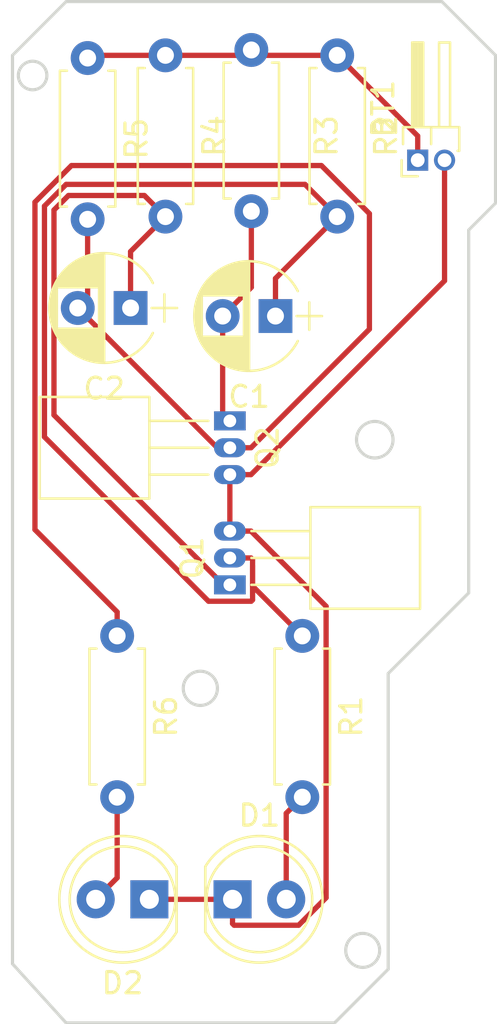
<source format=kicad_pcb>
(kicad_pcb (version 20171130) (host pcbnew "(5.0.0)")

  (general
    (thickness 1.6)
    (drawings 16)
    (tracks 66)
    (zones 0)
    (modules 13)
    (nets 9)
  )

  (page A4)
  (layers
    (0 F.Cu signal)
    (31 B.Cu signal)
    (32 B.Adhes user)
    (33 F.Adhes user)
    (34 B.Paste user)
    (35 F.Paste user)
    (36 B.SilkS user)
    (37 F.SilkS user)
    (38 B.Mask user)
    (39 F.Mask user)
    (40 Dwgs.User user)
    (41 Cmts.User user)
    (42 Eco1.User user)
    (43 Eco2.User user)
    (44 Edge.Cuts user)
    (45 Margin user)
    (46 B.CrtYd user)
    (47 F.CrtYd user)
    (48 B.Fab user)
    (49 F.Fab user)
  )

  (setup
    (last_trace_width 0.25)
    (trace_clearance 0.2)
    (zone_clearance 0.508)
    (zone_45_only no)
    (trace_min 0.2)
    (segment_width 0.2)
    (edge_width 0.15)
    (via_size 0.8)
    (via_drill 0.4)
    (via_min_size 0.4)
    (via_min_drill 0.3)
    (uvia_size 0.3)
    (uvia_drill 0.1)
    (uvias_allowed no)
    (uvia_min_size 0.2)
    (uvia_min_drill 0.1)
    (pcb_text_width 0.3)
    (pcb_text_size 1.5 1.5)
    (mod_edge_width 0.15)
    (mod_text_size 1 1)
    (mod_text_width 0.15)
    (pad_size 1.524 1.524)
    (pad_drill 0.762)
    (pad_to_mask_clearance 0.2)
    (aux_axis_origin 0 0)
    (visible_elements FFFFFF7F)
    (pcbplotparams
      (layerselection 0x010fc_ffffffff)
      (usegerberextensions false)
      (usegerberattributes false)
      (usegerberadvancedattributes false)
      (creategerberjobfile false)
      (excludeedgelayer true)
      (linewidth 0.100000)
      (plotframeref false)
      (viasonmask false)
      (mode 1)
      (useauxorigin false)
      (hpglpennumber 1)
      (hpglpenspeed 20)
      (hpglpendiameter 15.000000)
      (psnegative false)
      (psa4output false)
      (plotreference true)
      (plotvalue true)
      (plotinvisibletext false)
      (padsonsilk false)
      (subtractmaskfromsilk false)
      (outputformat 1)
      (mirror false)
      (drillshape 1)
      (scaleselection 1)
      (outputdirectory ""))
  )

  (net 0 "")
  (net 1 GND)
  (net 2 "Net-(BT1-Pad1)")
  (net 3 "Net-(C1-Pad2)")
  (net 4 "Net-(C1-Pad1)")
  (net 5 "Net-(C2-Pad1)")
  (net 6 "Net-(C2-Pad2)")
  (net 7 "Net-(D1-Pad2)")
  (net 8 "Net-(D2-Pad2)")

  (net_class Default "Esta es la clase de red por defecto."
    (clearance 0.2)
    (trace_width 0.25)
    (via_dia 0.8)
    (via_drill 0.4)
    (uvia_dia 0.3)
    (uvia_drill 0.1)
    (add_net GND)
    (add_net "Net-(BT1-Pad1)")
    (add_net "Net-(C1-Pad1)")
    (add_net "Net-(C1-Pad2)")
    (add_net "Net-(C2-Pad1)")
    (add_net "Net-(C2-Pad2)")
    (add_net "Net-(D1-Pad2)")
    (add_net "Net-(D2-Pad2)")
  )

  (module Pin_Headers:Pin_Header_Angled_1x02_Pitch1.27mm (layer F.Cu) (tedit 59650535) (tstamp 5BB89C52)
    (at 174.117 73.533 90)
    (descr "Through hole angled pin header, 1x02, 1.27mm pitch, 4.0mm pin length, single row")
    (tags "Through hole angled pin header THT 1x02 1.27mm single row")
    (path /5BA624DA)
    (fp_text reference BT1 (at 2.4325 -1.635 90) (layer F.SilkS)
      (effects (font (size 1 1) (thickness 0.15)))
    )
    (fp_text value 5v (at 2.4325 2.905 90) (layer F.Fab)
      (effects (font (size 1 1) (thickness 0.15)))
    )
    (fp_text user %R (at 1 0.635 180) (layer F.Fab)
      (effects (font (size 0.6 0.6) (thickness 0.09)))
    )
    (fp_line (start 6 -1.15) (end -1.15 -1.15) (layer F.CrtYd) (width 0.05))
    (fp_line (start 6 2.45) (end 6 -1.15) (layer F.CrtYd) (width 0.05))
    (fp_line (start -1.15 2.45) (end 6 2.45) (layer F.CrtYd) (width 0.05))
    (fp_line (start -1.15 -1.15) (end -1.15 2.45) (layer F.CrtYd) (width 0.05))
    (fp_line (start -0.76 -0.76) (end 0 -0.76) (layer F.SilkS) (width 0.12))
    (fp_line (start -0.76 0) (end -0.76 -0.76) (layer F.SilkS) (width 0.12))
    (fp_line (start 5.56 1.53) (end 1.56 1.53) (layer F.SilkS) (width 0.12))
    (fp_line (start 5.56 1.01) (end 5.56 1.53) (layer F.SilkS) (width 0.12))
    (fp_line (start 1.56 1.01) (end 5.56 1.01) (layer F.SilkS) (width 0.12))
    (fp_line (start 0.76 0.635) (end 1.56 0.635) (layer F.SilkS) (width 0.12))
    (fp_line (start 1.56 0.16) (end 5.56 0.16) (layer F.SilkS) (width 0.12))
    (fp_line (start 1.56 0.04) (end 5.56 0.04) (layer F.SilkS) (width 0.12))
    (fp_line (start 1.56 -0.08) (end 5.56 -0.08) (layer F.SilkS) (width 0.12))
    (fp_line (start 1.56 -0.2) (end 5.56 -0.2) (layer F.SilkS) (width 0.12))
    (fp_line (start 5.56 0.26) (end 1.56 0.26) (layer F.SilkS) (width 0.12))
    (fp_line (start 5.56 -0.26) (end 5.56 0.26) (layer F.SilkS) (width 0.12))
    (fp_line (start 1.56 -0.26) (end 5.56 -0.26) (layer F.SilkS) (width 0.12))
    (fp_line (start 0.44 1.965) (end 0.44 1.889677) (layer F.SilkS) (width 0.12))
    (fp_line (start 1.56 1.965) (end 0.44 1.965) (layer F.SilkS) (width 0.12))
    (fp_line (start 1.56 -0.695) (end 1.56 1.965) (layer F.SilkS) (width 0.12))
    (fp_line (start 0.76 -0.695) (end 1.56 -0.695) (layer F.SilkS) (width 0.12))
    (fp_line (start 1.5 1.47) (end 5.5 1.47) (layer F.Fab) (width 0.1))
    (fp_line (start 5.5 1.07) (end 5.5 1.47) (layer F.Fab) (width 0.1))
    (fp_line (start 1.5 1.07) (end 5.5 1.07) (layer F.Fab) (width 0.1))
    (fp_line (start -0.2 1.47) (end 0.5 1.47) (layer F.Fab) (width 0.1))
    (fp_line (start -0.2 1.07) (end -0.2 1.47) (layer F.Fab) (width 0.1))
    (fp_line (start -0.2 1.07) (end 0.5 1.07) (layer F.Fab) (width 0.1))
    (fp_line (start 1.5 0.2) (end 5.5 0.2) (layer F.Fab) (width 0.1))
    (fp_line (start 5.5 -0.2) (end 5.5 0.2) (layer F.Fab) (width 0.1))
    (fp_line (start 1.5 -0.2) (end 5.5 -0.2) (layer F.Fab) (width 0.1))
    (fp_line (start -0.2 0.2) (end 0.5 0.2) (layer F.Fab) (width 0.1))
    (fp_line (start -0.2 -0.2) (end -0.2 0.2) (layer F.Fab) (width 0.1))
    (fp_line (start -0.2 -0.2) (end 0.5 -0.2) (layer F.Fab) (width 0.1))
    (fp_line (start 0.5 -0.385) (end 0.75 -0.635) (layer F.Fab) (width 0.1))
    (fp_line (start 0.5 1.905) (end 0.5 -0.385) (layer F.Fab) (width 0.1))
    (fp_line (start 1.5 1.905) (end 0.5 1.905) (layer F.Fab) (width 0.1))
    (fp_line (start 1.5 -0.635) (end 1.5 1.905) (layer F.Fab) (width 0.1))
    (fp_line (start 0.75 -0.635) (end 1.5 -0.635) (layer F.Fab) (width 0.1))
    (pad 2 thru_hole oval (at 0 1.27 90) (size 1 1) (drill 0.65) (layers *.Cu *.Mask)
      (net 1 GND))
    (pad 1 thru_hole rect (at 0 0 90) (size 1 1) (drill 0.65) (layers *.Cu *.Mask)
      (net 2 "Net-(BT1-Pad1)"))
    (model ${KISYS3DMOD}/Pin_Headers.3dshapes/Pin_Header_Angled_1x02_Pitch1.27mm.wrl
      (at (xyz 0 0 0))
      (scale (xyz 1 1 1))
      (rotate (xyz 0 0 0))
    )
  )

  (module Capacitors_THT:CP_Radial_D5.0mm_P2.50mm (layer F.Cu) (tedit 597BC7C2) (tstamp 5BB89CD7)
    (at 167.386 80.899 180)
    (descr "CP, Radial series, Radial, pin pitch=2.50mm, , diameter=5mm, Electrolytic Capacitor")
    (tags "CP Radial series Radial pin pitch 2.50mm  diameter 5mm Electrolytic Capacitor")
    (path /5BA62D6A)
    (fp_text reference C1 (at 1.25 -3.81 180) (layer F.SilkS)
      (effects (font (size 1 1) (thickness 0.15)))
    )
    (fp_text value 10uF (at 1.25 3.81 180) (layer F.Fab)
      (effects (font (size 1 1) (thickness 0.15)))
    )
    (fp_text user %R (at 1.25 0 180) (layer F.Fab)
      (effects (font (size 1 1) (thickness 0.15)))
    )
    (fp_line (start 4.1 -2.85) (end -1.6 -2.85) (layer F.CrtYd) (width 0.05))
    (fp_line (start 4.1 2.85) (end 4.1 -2.85) (layer F.CrtYd) (width 0.05))
    (fp_line (start -1.6 2.85) (end 4.1 2.85) (layer F.CrtYd) (width 0.05))
    (fp_line (start -1.6 -2.85) (end -1.6 2.85) (layer F.CrtYd) (width 0.05))
    (fp_line (start -1.6 -0.65) (end -1.6 0.65) (layer F.SilkS) (width 0.12))
    (fp_line (start -2.2 0) (end -1 0) (layer F.SilkS) (width 0.12))
    (fp_line (start 3.811 -0.354) (end 3.811 0.354) (layer F.SilkS) (width 0.12))
    (fp_line (start 3.771 -0.559) (end 3.771 0.559) (layer F.SilkS) (width 0.12))
    (fp_line (start 3.731 -0.707) (end 3.731 0.707) (layer F.SilkS) (width 0.12))
    (fp_line (start 3.691 -0.829) (end 3.691 0.829) (layer F.SilkS) (width 0.12))
    (fp_line (start 3.651 -0.934) (end 3.651 0.934) (layer F.SilkS) (width 0.12))
    (fp_line (start 3.611 -1.028) (end 3.611 1.028) (layer F.SilkS) (width 0.12))
    (fp_line (start 3.571 -1.112) (end 3.571 1.112) (layer F.SilkS) (width 0.12))
    (fp_line (start 3.531 -1.189) (end 3.531 1.189) (layer F.SilkS) (width 0.12))
    (fp_line (start 3.491 -1.261) (end 3.491 1.261) (layer F.SilkS) (width 0.12))
    (fp_line (start 3.451 0.98) (end 3.451 1.327) (layer F.SilkS) (width 0.12))
    (fp_line (start 3.451 -1.327) (end 3.451 -0.98) (layer F.SilkS) (width 0.12))
    (fp_line (start 3.411 0.98) (end 3.411 1.39) (layer F.SilkS) (width 0.12))
    (fp_line (start 3.411 -1.39) (end 3.411 -0.98) (layer F.SilkS) (width 0.12))
    (fp_line (start 3.371 0.98) (end 3.371 1.448) (layer F.SilkS) (width 0.12))
    (fp_line (start 3.371 -1.448) (end 3.371 -0.98) (layer F.SilkS) (width 0.12))
    (fp_line (start 3.331 0.98) (end 3.331 1.504) (layer F.SilkS) (width 0.12))
    (fp_line (start 3.331 -1.504) (end 3.331 -0.98) (layer F.SilkS) (width 0.12))
    (fp_line (start 3.291 0.98) (end 3.291 1.556) (layer F.SilkS) (width 0.12))
    (fp_line (start 3.291 -1.556) (end 3.291 -0.98) (layer F.SilkS) (width 0.12))
    (fp_line (start 3.251 0.98) (end 3.251 1.606) (layer F.SilkS) (width 0.12))
    (fp_line (start 3.251 -1.606) (end 3.251 -0.98) (layer F.SilkS) (width 0.12))
    (fp_line (start 3.211 0.98) (end 3.211 1.654) (layer F.SilkS) (width 0.12))
    (fp_line (start 3.211 -1.654) (end 3.211 -0.98) (layer F.SilkS) (width 0.12))
    (fp_line (start 3.171 0.98) (end 3.171 1.699) (layer F.SilkS) (width 0.12))
    (fp_line (start 3.171 -1.699) (end 3.171 -0.98) (layer F.SilkS) (width 0.12))
    (fp_line (start 3.131 0.98) (end 3.131 1.742) (layer F.SilkS) (width 0.12))
    (fp_line (start 3.131 -1.742) (end 3.131 -0.98) (layer F.SilkS) (width 0.12))
    (fp_line (start 3.091 0.98) (end 3.091 1.783) (layer F.SilkS) (width 0.12))
    (fp_line (start 3.091 -1.783) (end 3.091 -0.98) (layer F.SilkS) (width 0.12))
    (fp_line (start 3.051 0.98) (end 3.051 1.823) (layer F.SilkS) (width 0.12))
    (fp_line (start 3.051 -1.823) (end 3.051 -0.98) (layer F.SilkS) (width 0.12))
    (fp_line (start 3.011 0.98) (end 3.011 1.861) (layer F.SilkS) (width 0.12))
    (fp_line (start 3.011 -1.861) (end 3.011 -0.98) (layer F.SilkS) (width 0.12))
    (fp_line (start 2.971 0.98) (end 2.971 1.897) (layer F.SilkS) (width 0.12))
    (fp_line (start 2.971 -1.897) (end 2.971 -0.98) (layer F.SilkS) (width 0.12))
    (fp_line (start 2.931 0.98) (end 2.931 1.932) (layer F.SilkS) (width 0.12))
    (fp_line (start 2.931 -1.932) (end 2.931 -0.98) (layer F.SilkS) (width 0.12))
    (fp_line (start 2.891 0.98) (end 2.891 1.965) (layer F.SilkS) (width 0.12))
    (fp_line (start 2.891 -1.965) (end 2.891 -0.98) (layer F.SilkS) (width 0.12))
    (fp_line (start 2.851 0.98) (end 2.851 1.997) (layer F.SilkS) (width 0.12))
    (fp_line (start 2.851 -1.997) (end 2.851 -0.98) (layer F.SilkS) (width 0.12))
    (fp_line (start 2.811 0.98) (end 2.811 2.028) (layer F.SilkS) (width 0.12))
    (fp_line (start 2.811 -2.028) (end 2.811 -0.98) (layer F.SilkS) (width 0.12))
    (fp_line (start 2.771 0.98) (end 2.771 2.058) (layer F.SilkS) (width 0.12))
    (fp_line (start 2.771 -2.058) (end 2.771 -0.98) (layer F.SilkS) (width 0.12))
    (fp_line (start 2.731 0.98) (end 2.731 2.086) (layer F.SilkS) (width 0.12))
    (fp_line (start 2.731 -2.086) (end 2.731 -0.98) (layer F.SilkS) (width 0.12))
    (fp_line (start 2.691 0.98) (end 2.691 2.113) (layer F.SilkS) (width 0.12))
    (fp_line (start 2.691 -2.113) (end 2.691 -0.98) (layer F.SilkS) (width 0.12))
    (fp_line (start 2.651 0.98) (end 2.651 2.14) (layer F.SilkS) (width 0.12))
    (fp_line (start 2.651 -2.14) (end 2.651 -0.98) (layer F.SilkS) (width 0.12))
    (fp_line (start 2.611 0.98) (end 2.611 2.165) (layer F.SilkS) (width 0.12))
    (fp_line (start 2.611 -2.165) (end 2.611 -0.98) (layer F.SilkS) (width 0.12))
    (fp_line (start 2.571 0.98) (end 2.571 2.189) (layer F.SilkS) (width 0.12))
    (fp_line (start 2.571 -2.189) (end 2.571 -0.98) (layer F.SilkS) (width 0.12))
    (fp_line (start 2.531 0.98) (end 2.531 2.212) (layer F.SilkS) (width 0.12))
    (fp_line (start 2.531 -2.212) (end 2.531 -0.98) (layer F.SilkS) (width 0.12))
    (fp_line (start 2.491 0.98) (end 2.491 2.234) (layer F.SilkS) (width 0.12))
    (fp_line (start 2.491 -2.234) (end 2.491 -0.98) (layer F.SilkS) (width 0.12))
    (fp_line (start 2.451 0.98) (end 2.451 2.256) (layer F.SilkS) (width 0.12))
    (fp_line (start 2.451 -2.256) (end 2.451 -0.98) (layer F.SilkS) (width 0.12))
    (fp_line (start 2.411 0.98) (end 2.411 2.276) (layer F.SilkS) (width 0.12))
    (fp_line (start 2.411 -2.276) (end 2.411 -0.98) (layer F.SilkS) (width 0.12))
    (fp_line (start 2.371 0.98) (end 2.371 2.296) (layer F.SilkS) (width 0.12))
    (fp_line (start 2.371 -2.296) (end 2.371 -0.98) (layer F.SilkS) (width 0.12))
    (fp_line (start 2.331 0.98) (end 2.331 2.315) (layer F.SilkS) (width 0.12))
    (fp_line (start 2.331 -2.315) (end 2.331 -0.98) (layer F.SilkS) (width 0.12))
    (fp_line (start 2.291 0.98) (end 2.291 2.333) (layer F.SilkS) (width 0.12))
    (fp_line (start 2.291 -2.333) (end 2.291 -0.98) (layer F.SilkS) (width 0.12))
    (fp_line (start 2.251 0.98) (end 2.251 2.35) (layer F.SilkS) (width 0.12))
    (fp_line (start 2.251 -2.35) (end 2.251 -0.98) (layer F.SilkS) (width 0.12))
    (fp_line (start 2.211 0.98) (end 2.211 2.366) (layer F.SilkS) (width 0.12))
    (fp_line (start 2.211 -2.366) (end 2.211 -0.98) (layer F.SilkS) (width 0.12))
    (fp_line (start 2.171 0.98) (end 2.171 2.382) (layer F.SilkS) (width 0.12))
    (fp_line (start 2.171 -2.382) (end 2.171 -0.98) (layer F.SilkS) (width 0.12))
    (fp_line (start 2.131 0.98) (end 2.131 2.396) (layer F.SilkS) (width 0.12))
    (fp_line (start 2.131 -2.396) (end 2.131 -0.98) (layer F.SilkS) (width 0.12))
    (fp_line (start 2.091 0.98) (end 2.091 2.41) (layer F.SilkS) (width 0.12))
    (fp_line (start 2.091 -2.41) (end 2.091 -0.98) (layer F.SilkS) (width 0.12))
    (fp_line (start 2.051 0.98) (end 2.051 2.424) (layer F.SilkS) (width 0.12))
    (fp_line (start 2.051 -2.424) (end 2.051 -0.98) (layer F.SilkS) (width 0.12))
    (fp_line (start 2.011 0.98) (end 2.011 2.436) (layer F.SilkS) (width 0.12))
    (fp_line (start 2.011 -2.436) (end 2.011 -0.98) (layer F.SilkS) (width 0.12))
    (fp_line (start 1.971 0.98) (end 1.971 2.448) (layer F.SilkS) (width 0.12))
    (fp_line (start 1.971 -2.448) (end 1.971 -0.98) (layer F.SilkS) (width 0.12))
    (fp_line (start 1.93 0.98) (end 1.93 2.46) (layer F.SilkS) (width 0.12))
    (fp_line (start 1.93 -2.46) (end 1.93 -0.98) (layer F.SilkS) (width 0.12))
    (fp_line (start 1.89 0.98) (end 1.89 2.47) (layer F.SilkS) (width 0.12))
    (fp_line (start 1.89 -2.47) (end 1.89 -0.98) (layer F.SilkS) (width 0.12))
    (fp_line (start 1.85 0.98) (end 1.85 2.48) (layer F.SilkS) (width 0.12))
    (fp_line (start 1.85 -2.48) (end 1.85 -0.98) (layer F.SilkS) (width 0.12))
    (fp_line (start 1.81 0.98) (end 1.81 2.489) (layer F.SilkS) (width 0.12))
    (fp_line (start 1.81 -2.489) (end 1.81 -0.98) (layer F.SilkS) (width 0.12))
    (fp_line (start 1.77 0.98) (end 1.77 2.498) (layer F.SilkS) (width 0.12))
    (fp_line (start 1.77 -2.498) (end 1.77 -0.98) (layer F.SilkS) (width 0.12))
    (fp_line (start 1.73 0.98) (end 1.73 2.506) (layer F.SilkS) (width 0.12))
    (fp_line (start 1.73 -2.506) (end 1.73 -0.98) (layer F.SilkS) (width 0.12))
    (fp_line (start 1.69 0.98) (end 1.69 2.513) (layer F.SilkS) (width 0.12))
    (fp_line (start 1.69 -2.513) (end 1.69 -0.98) (layer F.SilkS) (width 0.12))
    (fp_line (start 1.65 0.98) (end 1.65 2.519) (layer F.SilkS) (width 0.12))
    (fp_line (start 1.65 -2.519) (end 1.65 -0.98) (layer F.SilkS) (width 0.12))
    (fp_line (start 1.61 0.98) (end 1.61 2.525) (layer F.SilkS) (width 0.12))
    (fp_line (start 1.61 -2.525) (end 1.61 -0.98) (layer F.SilkS) (width 0.12))
    (fp_line (start 1.57 0.98) (end 1.57 2.531) (layer F.SilkS) (width 0.12))
    (fp_line (start 1.57 -2.531) (end 1.57 -0.98) (layer F.SilkS) (width 0.12))
    (fp_line (start 1.53 0.98) (end 1.53 2.535) (layer F.SilkS) (width 0.12))
    (fp_line (start 1.53 -2.535) (end 1.53 -0.98) (layer F.SilkS) (width 0.12))
    (fp_line (start 1.49 -2.539) (end 1.49 2.539) (layer F.SilkS) (width 0.12))
    (fp_line (start 1.45 -2.543) (end 1.45 2.543) (layer F.SilkS) (width 0.12))
    (fp_line (start 1.41 -2.546) (end 1.41 2.546) (layer F.SilkS) (width 0.12))
    (fp_line (start 1.37 -2.548) (end 1.37 2.548) (layer F.SilkS) (width 0.12))
    (fp_line (start 1.33 -2.549) (end 1.33 2.549) (layer F.SilkS) (width 0.12))
    (fp_line (start 1.29 -2.55) (end 1.29 2.55) (layer F.SilkS) (width 0.12))
    (fp_line (start 1.25 -2.55) (end 1.25 2.55) (layer F.SilkS) (width 0.12))
    (fp_line (start -1.6 -0.65) (end -1.6 0.65) (layer F.Fab) (width 0.1))
    (fp_line (start -2.2 0) (end -1 0) (layer F.Fab) (width 0.1))
    (fp_circle (center 1.25 0) (end 3.75 0) (layer F.Fab) (width 0.1))
    (fp_arc (start 1.25 0) (end 3.55558 -1.18) (angle 54.2) (layer F.SilkS) (width 0.12))
    (fp_arc (start 1.25 0) (end -1.05558 1.18) (angle -125.8) (layer F.SilkS) (width 0.12))
    (fp_arc (start 1.25 0) (end -1.05558 -1.18) (angle 125.8) (layer F.SilkS) (width 0.12))
    (pad 2 thru_hole circle (at 2.5 0 180) (size 1.6 1.6) (drill 0.8) (layers *.Cu *.Mask)
      (net 3 "Net-(C1-Pad2)"))
    (pad 1 thru_hole rect (at 0 0 180) (size 1.6 1.6) (drill 0.8) (layers *.Cu *.Mask)
      (net 4 "Net-(C1-Pad1)"))
    (model ${KISYS3DMOD}/Capacitors_THT.3dshapes/CP_Radial_D5.0mm_P2.50mm.wrl
      (at (xyz 0 0 0))
      (scale (xyz 1 1 1))
      (rotate (xyz 0 0 0))
    )
  )

  (module Capacitors_THT:CP_Radial_D5.0mm_P2.50mm (layer F.Cu) (tedit 597BC7C2) (tstamp 5BB89D5C)
    (at 160.528 80.518 180)
    (descr "CP, Radial series, Radial, pin pitch=2.50mm, , diameter=5mm, Electrolytic Capacitor")
    (tags "CP Radial series Radial pin pitch 2.50mm  diameter 5mm Electrolytic Capacitor")
    (path /5BA62F1A)
    (fp_text reference C2 (at 1.25 -3.81 180) (layer F.SilkS)
      (effects (font (size 1 1) (thickness 0.15)))
    )
    (fp_text value 10uF (at 1.25 3.81 180) (layer F.Fab)
      (effects (font (size 1 1) (thickness 0.15)))
    )
    (fp_arc (start 1.25 0) (end -1.05558 -1.18) (angle 125.8) (layer F.SilkS) (width 0.12))
    (fp_arc (start 1.25 0) (end -1.05558 1.18) (angle -125.8) (layer F.SilkS) (width 0.12))
    (fp_arc (start 1.25 0) (end 3.55558 -1.18) (angle 54.2) (layer F.SilkS) (width 0.12))
    (fp_circle (center 1.25 0) (end 3.75 0) (layer F.Fab) (width 0.1))
    (fp_line (start -2.2 0) (end -1 0) (layer F.Fab) (width 0.1))
    (fp_line (start -1.6 -0.65) (end -1.6 0.65) (layer F.Fab) (width 0.1))
    (fp_line (start 1.25 -2.55) (end 1.25 2.55) (layer F.SilkS) (width 0.12))
    (fp_line (start 1.29 -2.55) (end 1.29 2.55) (layer F.SilkS) (width 0.12))
    (fp_line (start 1.33 -2.549) (end 1.33 2.549) (layer F.SilkS) (width 0.12))
    (fp_line (start 1.37 -2.548) (end 1.37 2.548) (layer F.SilkS) (width 0.12))
    (fp_line (start 1.41 -2.546) (end 1.41 2.546) (layer F.SilkS) (width 0.12))
    (fp_line (start 1.45 -2.543) (end 1.45 2.543) (layer F.SilkS) (width 0.12))
    (fp_line (start 1.49 -2.539) (end 1.49 2.539) (layer F.SilkS) (width 0.12))
    (fp_line (start 1.53 -2.535) (end 1.53 -0.98) (layer F.SilkS) (width 0.12))
    (fp_line (start 1.53 0.98) (end 1.53 2.535) (layer F.SilkS) (width 0.12))
    (fp_line (start 1.57 -2.531) (end 1.57 -0.98) (layer F.SilkS) (width 0.12))
    (fp_line (start 1.57 0.98) (end 1.57 2.531) (layer F.SilkS) (width 0.12))
    (fp_line (start 1.61 -2.525) (end 1.61 -0.98) (layer F.SilkS) (width 0.12))
    (fp_line (start 1.61 0.98) (end 1.61 2.525) (layer F.SilkS) (width 0.12))
    (fp_line (start 1.65 -2.519) (end 1.65 -0.98) (layer F.SilkS) (width 0.12))
    (fp_line (start 1.65 0.98) (end 1.65 2.519) (layer F.SilkS) (width 0.12))
    (fp_line (start 1.69 -2.513) (end 1.69 -0.98) (layer F.SilkS) (width 0.12))
    (fp_line (start 1.69 0.98) (end 1.69 2.513) (layer F.SilkS) (width 0.12))
    (fp_line (start 1.73 -2.506) (end 1.73 -0.98) (layer F.SilkS) (width 0.12))
    (fp_line (start 1.73 0.98) (end 1.73 2.506) (layer F.SilkS) (width 0.12))
    (fp_line (start 1.77 -2.498) (end 1.77 -0.98) (layer F.SilkS) (width 0.12))
    (fp_line (start 1.77 0.98) (end 1.77 2.498) (layer F.SilkS) (width 0.12))
    (fp_line (start 1.81 -2.489) (end 1.81 -0.98) (layer F.SilkS) (width 0.12))
    (fp_line (start 1.81 0.98) (end 1.81 2.489) (layer F.SilkS) (width 0.12))
    (fp_line (start 1.85 -2.48) (end 1.85 -0.98) (layer F.SilkS) (width 0.12))
    (fp_line (start 1.85 0.98) (end 1.85 2.48) (layer F.SilkS) (width 0.12))
    (fp_line (start 1.89 -2.47) (end 1.89 -0.98) (layer F.SilkS) (width 0.12))
    (fp_line (start 1.89 0.98) (end 1.89 2.47) (layer F.SilkS) (width 0.12))
    (fp_line (start 1.93 -2.46) (end 1.93 -0.98) (layer F.SilkS) (width 0.12))
    (fp_line (start 1.93 0.98) (end 1.93 2.46) (layer F.SilkS) (width 0.12))
    (fp_line (start 1.971 -2.448) (end 1.971 -0.98) (layer F.SilkS) (width 0.12))
    (fp_line (start 1.971 0.98) (end 1.971 2.448) (layer F.SilkS) (width 0.12))
    (fp_line (start 2.011 -2.436) (end 2.011 -0.98) (layer F.SilkS) (width 0.12))
    (fp_line (start 2.011 0.98) (end 2.011 2.436) (layer F.SilkS) (width 0.12))
    (fp_line (start 2.051 -2.424) (end 2.051 -0.98) (layer F.SilkS) (width 0.12))
    (fp_line (start 2.051 0.98) (end 2.051 2.424) (layer F.SilkS) (width 0.12))
    (fp_line (start 2.091 -2.41) (end 2.091 -0.98) (layer F.SilkS) (width 0.12))
    (fp_line (start 2.091 0.98) (end 2.091 2.41) (layer F.SilkS) (width 0.12))
    (fp_line (start 2.131 -2.396) (end 2.131 -0.98) (layer F.SilkS) (width 0.12))
    (fp_line (start 2.131 0.98) (end 2.131 2.396) (layer F.SilkS) (width 0.12))
    (fp_line (start 2.171 -2.382) (end 2.171 -0.98) (layer F.SilkS) (width 0.12))
    (fp_line (start 2.171 0.98) (end 2.171 2.382) (layer F.SilkS) (width 0.12))
    (fp_line (start 2.211 -2.366) (end 2.211 -0.98) (layer F.SilkS) (width 0.12))
    (fp_line (start 2.211 0.98) (end 2.211 2.366) (layer F.SilkS) (width 0.12))
    (fp_line (start 2.251 -2.35) (end 2.251 -0.98) (layer F.SilkS) (width 0.12))
    (fp_line (start 2.251 0.98) (end 2.251 2.35) (layer F.SilkS) (width 0.12))
    (fp_line (start 2.291 -2.333) (end 2.291 -0.98) (layer F.SilkS) (width 0.12))
    (fp_line (start 2.291 0.98) (end 2.291 2.333) (layer F.SilkS) (width 0.12))
    (fp_line (start 2.331 -2.315) (end 2.331 -0.98) (layer F.SilkS) (width 0.12))
    (fp_line (start 2.331 0.98) (end 2.331 2.315) (layer F.SilkS) (width 0.12))
    (fp_line (start 2.371 -2.296) (end 2.371 -0.98) (layer F.SilkS) (width 0.12))
    (fp_line (start 2.371 0.98) (end 2.371 2.296) (layer F.SilkS) (width 0.12))
    (fp_line (start 2.411 -2.276) (end 2.411 -0.98) (layer F.SilkS) (width 0.12))
    (fp_line (start 2.411 0.98) (end 2.411 2.276) (layer F.SilkS) (width 0.12))
    (fp_line (start 2.451 -2.256) (end 2.451 -0.98) (layer F.SilkS) (width 0.12))
    (fp_line (start 2.451 0.98) (end 2.451 2.256) (layer F.SilkS) (width 0.12))
    (fp_line (start 2.491 -2.234) (end 2.491 -0.98) (layer F.SilkS) (width 0.12))
    (fp_line (start 2.491 0.98) (end 2.491 2.234) (layer F.SilkS) (width 0.12))
    (fp_line (start 2.531 -2.212) (end 2.531 -0.98) (layer F.SilkS) (width 0.12))
    (fp_line (start 2.531 0.98) (end 2.531 2.212) (layer F.SilkS) (width 0.12))
    (fp_line (start 2.571 -2.189) (end 2.571 -0.98) (layer F.SilkS) (width 0.12))
    (fp_line (start 2.571 0.98) (end 2.571 2.189) (layer F.SilkS) (width 0.12))
    (fp_line (start 2.611 -2.165) (end 2.611 -0.98) (layer F.SilkS) (width 0.12))
    (fp_line (start 2.611 0.98) (end 2.611 2.165) (layer F.SilkS) (width 0.12))
    (fp_line (start 2.651 -2.14) (end 2.651 -0.98) (layer F.SilkS) (width 0.12))
    (fp_line (start 2.651 0.98) (end 2.651 2.14) (layer F.SilkS) (width 0.12))
    (fp_line (start 2.691 -2.113) (end 2.691 -0.98) (layer F.SilkS) (width 0.12))
    (fp_line (start 2.691 0.98) (end 2.691 2.113) (layer F.SilkS) (width 0.12))
    (fp_line (start 2.731 -2.086) (end 2.731 -0.98) (layer F.SilkS) (width 0.12))
    (fp_line (start 2.731 0.98) (end 2.731 2.086) (layer F.SilkS) (width 0.12))
    (fp_line (start 2.771 -2.058) (end 2.771 -0.98) (layer F.SilkS) (width 0.12))
    (fp_line (start 2.771 0.98) (end 2.771 2.058) (layer F.SilkS) (width 0.12))
    (fp_line (start 2.811 -2.028) (end 2.811 -0.98) (layer F.SilkS) (width 0.12))
    (fp_line (start 2.811 0.98) (end 2.811 2.028) (layer F.SilkS) (width 0.12))
    (fp_line (start 2.851 -1.997) (end 2.851 -0.98) (layer F.SilkS) (width 0.12))
    (fp_line (start 2.851 0.98) (end 2.851 1.997) (layer F.SilkS) (width 0.12))
    (fp_line (start 2.891 -1.965) (end 2.891 -0.98) (layer F.SilkS) (width 0.12))
    (fp_line (start 2.891 0.98) (end 2.891 1.965) (layer F.SilkS) (width 0.12))
    (fp_line (start 2.931 -1.932) (end 2.931 -0.98) (layer F.SilkS) (width 0.12))
    (fp_line (start 2.931 0.98) (end 2.931 1.932) (layer F.SilkS) (width 0.12))
    (fp_line (start 2.971 -1.897) (end 2.971 -0.98) (layer F.SilkS) (width 0.12))
    (fp_line (start 2.971 0.98) (end 2.971 1.897) (layer F.SilkS) (width 0.12))
    (fp_line (start 3.011 -1.861) (end 3.011 -0.98) (layer F.SilkS) (width 0.12))
    (fp_line (start 3.011 0.98) (end 3.011 1.861) (layer F.SilkS) (width 0.12))
    (fp_line (start 3.051 -1.823) (end 3.051 -0.98) (layer F.SilkS) (width 0.12))
    (fp_line (start 3.051 0.98) (end 3.051 1.823) (layer F.SilkS) (width 0.12))
    (fp_line (start 3.091 -1.783) (end 3.091 -0.98) (layer F.SilkS) (width 0.12))
    (fp_line (start 3.091 0.98) (end 3.091 1.783) (layer F.SilkS) (width 0.12))
    (fp_line (start 3.131 -1.742) (end 3.131 -0.98) (layer F.SilkS) (width 0.12))
    (fp_line (start 3.131 0.98) (end 3.131 1.742) (layer F.SilkS) (width 0.12))
    (fp_line (start 3.171 -1.699) (end 3.171 -0.98) (layer F.SilkS) (width 0.12))
    (fp_line (start 3.171 0.98) (end 3.171 1.699) (layer F.SilkS) (width 0.12))
    (fp_line (start 3.211 -1.654) (end 3.211 -0.98) (layer F.SilkS) (width 0.12))
    (fp_line (start 3.211 0.98) (end 3.211 1.654) (layer F.SilkS) (width 0.12))
    (fp_line (start 3.251 -1.606) (end 3.251 -0.98) (layer F.SilkS) (width 0.12))
    (fp_line (start 3.251 0.98) (end 3.251 1.606) (layer F.SilkS) (width 0.12))
    (fp_line (start 3.291 -1.556) (end 3.291 -0.98) (layer F.SilkS) (width 0.12))
    (fp_line (start 3.291 0.98) (end 3.291 1.556) (layer F.SilkS) (width 0.12))
    (fp_line (start 3.331 -1.504) (end 3.331 -0.98) (layer F.SilkS) (width 0.12))
    (fp_line (start 3.331 0.98) (end 3.331 1.504) (layer F.SilkS) (width 0.12))
    (fp_line (start 3.371 -1.448) (end 3.371 -0.98) (layer F.SilkS) (width 0.12))
    (fp_line (start 3.371 0.98) (end 3.371 1.448) (layer F.SilkS) (width 0.12))
    (fp_line (start 3.411 -1.39) (end 3.411 -0.98) (layer F.SilkS) (width 0.12))
    (fp_line (start 3.411 0.98) (end 3.411 1.39) (layer F.SilkS) (width 0.12))
    (fp_line (start 3.451 -1.327) (end 3.451 -0.98) (layer F.SilkS) (width 0.12))
    (fp_line (start 3.451 0.98) (end 3.451 1.327) (layer F.SilkS) (width 0.12))
    (fp_line (start 3.491 -1.261) (end 3.491 1.261) (layer F.SilkS) (width 0.12))
    (fp_line (start 3.531 -1.189) (end 3.531 1.189) (layer F.SilkS) (width 0.12))
    (fp_line (start 3.571 -1.112) (end 3.571 1.112) (layer F.SilkS) (width 0.12))
    (fp_line (start 3.611 -1.028) (end 3.611 1.028) (layer F.SilkS) (width 0.12))
    (fp_line (start 3.651 -0.934) (end 3.651 0.934) (layer F.SilkS) (width 0.12))
    (fp_line (start 3.691 -0.829) (end 3.691 0.829) (layer F.SilkS) (width 0.12))
    (fp_line (start 3.731 -0.707) (end 3.731 0.707) (layer F.SilkS) (width 0.12))
    (fp_line (start 3.771 -0.559) (end 3.771 0.559) (layer F.SilkS) (width 0.12))
    (fp_line (start 3.811 -0.354) (end 3.811 0.354) (layer F.SilkS) (width 0.12))
    (fp_line (start -2.2 0) (end -1 0) (layer F.SilkS) (width 0.12))
    (fp_line (start -1.6 -0.65) (end -1.6 0.65) (layer F.SilkS) (width 0.12))
    (fp_line (start -1.6 -2.85) (end -1.6 2.85) (layer F.CrtYd) (width 0.05))
    (fp_line (start -1.6 2.85) (end 4.1 2.85) (layer F.CrtYd) (width 0.05))
    (fp_line (start 4.1 2.85) (end 4.1 -2.85) (layer F.CrtYd) (width 0.05))
    (fp_line (start 4.1 -2.85) (end -1.6 -2.85) (layer F.CrtYd) (width 0.05))
    (fp_text user %R (at 1.397 -1.651 180) (layer F.Fab)
      (effects (font (size 1 1) (thickness 0.15)))
    )
    (pad 1 thru_hole rect (at 0 0 180) (size 1.6 1.6) (drill 0.8) (layers *.Cu *.Mask)
      (net 5 "Net-(C2-Pad1)"))
    (pad 2 thru_hole circle (at 2.5 0 180) (size 1.6 1.6) (drill 0.8) (layers *.Cu *.Mask)
      (net 6 "Net-(C2-Pad2)"))
    (model ${KISYS3DMOD}/Capacitors_THT.3dshapes/CP_Radial_D5.0mm_P2.50mm.wrl
      (at (xyz 0 0 0))
      (scale (xyz 1 1 1))
      (rotate (xyz 0 0 0))
    )
  )

  (module LEDs:LED_D5.0mm (layer F.Cu) (tedit 5995936A) (tstamp 5BB89D6E)
    (at 165.354 108.458)
    (descr "LED, diameter 5.0mm, 2 pins, http://cdn-reichelt.de/documents/datenblatt/A500/LL-504BC2E-009.pdf")
    (tags "LED diameter 5.0mm 2 pins")
    (path /5BA63300)
    (fp_text reference D1 (at 1.27 -3.96) (layer F.SilkS)
      (effects (font (size 1 1) (thickness 0.15)))
    )
    (fp_text value LED_rojo (at 1.27 3.96) (layer F.Fab)
      (effects (font (size 1 1) (thickness 0.15)))
    )
    (fp_arc (start 1.27 0) (end -1.23 -1.469694) (angle 299.1) (layer F.Fab) (width 0.1))
    (fp_arc (start 1.27 0) (end -1.29 -1.54483) (angle 148.9) (layer F.SilkS) (width 0.12))
    (fp_arc (start 1.27 0) (end -1.29 1.54483) (angle -148.9) (layer F.SilkS) (width 0.12))
    (fp_circle (center 1.27 0) (end 3.77 0) (layer F.Fab) (width 0.1))
    (fp_circle (center 1.27 0) (end 3.77 0) (layer F.SilkS) (width 0.12))
    (fp_line (start -1.23 -1.469694) (end -1.23 1.469694) (layer F.Fab) (width 0.1))
    (fp_line (start -1.29 -1.545) (end -1.29 1.545) (layer F.SilkS) (width 0.12))
    (fp_line (start -1.95 -3.25) (end -1.95 3.25) (layer F.CrtYd) (width 0.05))
    (fp_line (start -1.95 3.25) (end 4.5 3.25) (layer F.CrtYd) (width 0.05))
    (fp_line (start 4.5 3.25) (end 4.5 -3.25) (layer F.CrtYd) (width 0.05))
    (fp_line (start 4.5 -3.25) (end -1.95 -3.25) (layer F.CrtYd) (width 0.05))
    (fp_text user %R (at 1.25 0) (layer F.Fab)
      (effects (font (size 0.8 0.8) (thickness 0.2)))
    )
    (pad 1 thru_hole rect (at 0 0) (size 1.8 1.8) (drill 0.9) (layers *.Cu *.Mask)
      (net 1 GND))
    (pad 2 thru_hole circle (at 2.54 0) (size 1.8 1.8) (drill 0.9) (layers *.Cu *.Mask)
      (net 7 "Net-(D1-Pad2)"))
    (model ${KISYS3DMOD}/LEDs.3dshapes/LED_D5.0mm.wrl
      (at (xyz 0 0 0))
      (scale (xyz 0.393701 0.393701 0.393701))
      (rotate (xyz 0 0 0))
    )
  )

  (module LEDs:LED_D5.0mm (layer F.Cu) (tedit 5995936A) (tstamp 5BB89D80)
    (at 161.417 108.458 180)
    (descr "LED, diameter 5.0mm, 2 pins, http://cdn-reichelt.de/documents/datenblatt/A500/LL-504BC2E-009.pdf")
    (tags "LED diameter 5.0mm 2 pins")
    (path /5BA63261)
    (fp_text reference D2 (at 1.27 -3.96 180) (layer F.SilkS)
      (effects (font (size 1 1) (thickness 0.15)))
    )
    (fp_text value LED_rojo (at 1.27 3.96 180) (layer F.Fab)
      (effects (font (size 1 1) (thickness 0.15)))
    )
    (fp_text user %R (at 1.25 0 180) (layer F.Fab)
      (effects (font (size 0.8 0.8) (thickness 0.2)))
    )
    (fp_line (start 4.5 -3.25) (end -1.95 -3.25) (layer F.CrtYd) (width 0.05))
    (fp_line (start 4.5 3.25) (end 4.5 -3.25) (layer F.CrtYd) (width 0.05))
    (fp_line (start -1.95 3.25) (end 4.5 3.25) (layer F.CrtYd) (width 0.05))
    (fp_line (start -1.95 -3.25) (end -1.95 3.25) (layer F.CrtYd) (width 0.05))
    (fp_line (start -1.29 -1.545) (end -1.29 1.545) (layer F.SilkS) (width 0.12))
    (fp_line (start -1.23 -1.469694) (end -1.23 1.469694) (layer F.Fab) (width 0.1))
    (fp_circle (center 1.27 0) (end 3.77 0) (layer F.SilkS) (width 0.12))
    (fp_circle (center 1.27 0) (end 3.77 0) (layer F.Fab) (width 0.1))
    (fp_arc (start 1.27 0) (end -1.29 1.54483) (angle -148.9) (layer F.SilkS) (width 0.12))
    (fp_arc (start 1.27 0) (end -1.29 -1.54483) (angle 148.9) (layer F.SilkS) (width 0.12))
    (fp_arc (start 1.27 0) (end -1.23 -1.469694) (angle 299.1) (layer F.Fab) (width 0.1))
    (pad 2 thru_hole circle (at 2.54 0 180) (size 1.8 1.8) (drill 0.9) (layers *.Cu *.Mask)
      (net 8 "Net-(D2-Pad2)"))
    (pad 1 thru_hole rect (at 0 0 180) (size 1.8 1.8) (drill 0.9) (layers *.Cu *.Mask)
      (net 1 GND))
    (model ${KISYS3DMOD}/LEDs.3dshapes/LED_D5.0mm.wrl
      (at (xyz 0 0 0))
      (scale (xyz 0.393701 0.393701 0.393701))
      (rotate (xyz 0 0 0))
    )
  )

  (module TO_SOT_Packages_THT:TO-92_Horizontal1_Inline_Narrow_Oval (layer F.Cu) (tedit 5BB88D79) (tstamp 5BB89D9A)
    (at 165.227 93.599 90)
    (descr "TO-92 horizontal, leads in-line, narrow, oval pads, drill 0.6mm (see NXP sot054_po.pdf)")
    (tags "to-92 sc-43 sc-43a sot54 PA33 transistor")
    (path /5BA630D3)
    (fp_text reference Q1 (at 1.27 -1.78 270) (layer F.SilkS)
      (effects (font (size 1 1) (thickness 0.15)))
    )
    (fp_text value BC549B (at 1.27 10.03 270) (layer F.Fab)
      (effects (font (size 1 1) (thickness 0.15)))
    )
    (fp_text user %R (at 1.27 -1.78 270) (layer F.Fab)
      (effects (font (size 1 1) (thickness 0.15)))
    )
    (fp_line (start 2.54 3.94) (end 2.54 1.02) (layer F.Fab) (width 0.1))
    (fp_line (start 1.27 3.94) (end 1.27 1.02) (layer F.Fab) (width 0.1))
    (fp_line (start 0 3.94) (end 0 1.02) (layer F.Fab) (width 0.1))
    (fp_line (start -1.02 8.89) (end -1.02 3.94) (layer F.Fab) (width 0.1))
    (fp_line (start -1.02 3.94) (end 3.56 3.94) (layer F.Fab) (width 0.1))
    (fp_line (start 3.56 3.94) (end 3.56 8.89) (layer F.Fab) (width 0.1))
    (fp_line (start 3.56 8.89) (end -1.02 8.89) (layer F.Fab) (width 0.1))
    (fp_line (start 0 1.02) (end 0 3.81) (layer F.SilkS) (width 0.12))
    (fp_line (start 1.27 1.02) (end 1.27 3.81) (layer F.SilkS) (width 0.12))
    (fp_line (start 2.54 1.02) (end 2.54 3.81) (layer F.SilkS) (width 0.12))
    (fp_line (start -1.13 3.81) (end 3.67 3.81) (layer F.SilkS) (width 0.12))
    (fp_line (start 3.67 3.81) (end 3.67 9) (layer F.SilkS) (width 0.12))
    (fp_line (start 3.67 9) (end -1.13 9) (layer F.SilkS) (width 0.12))
    (fp_line (start -1.13 9) (end -1.13 3.81) (layer F.SilkS) (width 0.12))
    (fp_line (start -1.27 -1) (end 3.81 -1) (layer F.CrtYd) (width 0.05))
    (fp_line (start -1.27 -1) (end -1.27 9.14) (layer F.CrtYd) (width 0.05))
    (fp_line (start 3.81 9.14) (end 3.81 -1) (layer F.CrtYd) (width 0.05))
    (fp_line (start 3.81 9.14) (end -1.27 9.14) (layer F.CrtYd) (width 0.05))
    (pad 2 thru_hole oval (at 1.27 0 270) (size 0.9 1.5) (drill 0.6) (layers *.Cu *.Mask)
      (net 4 "Net-(C1-Pad1)"))
    (pad 3 thru_hole oval (at 2.54 0 270) (size 0.9 1.5) (drill 0.6) (layers *.Cu *.Mask)
      (net 1 GND))
    (pad 1 thru_hole rect (at 0 0 270) (size 0.9 1.5) (drill 0.6) (layers *.Cu *.Mask)
      (net 5 "Net-(C2-Pad1)"))
    (model ${KISYS3DMOD}/TO_SOT_Packages_THT.3dshapes/TO-92_Horizontal1_Inline_Narrow_Oval.wrl
      (offset (xyz 1.269999980926514 0 0))
      (scale (xyz 1 1 1))
      (rotate (xyz 0 0 -90))
    )
  )

  (module TO_SOT_Packages_THT:TO-92_Horizontal1_Inline_Narrow_Oval (layer F.Cu) (tedit 58CE52AF) (tstamp 5BB89DB4)
    (at 165.227 85.852 270)
    (descr "TO-92 horizontal, leads in-line, narrow, oval pads, drill 0.6mm (see NXP sot054_po.pdf)")
    (tags "to-92 sc-43 sc-43a sot54 PA33 transistor")
    (path /5BA623FA)
    (fp_text reference Q2 (at 1.27 -1.78 90) (layer F.SilkS)
      (effects (font (size 1 1) (thickness 0.15)))
    )
    (fp_text value BC549B (at 1.27 10.03 90) (layer F.Fab)
      (effects (font (size 1 1) (thickness 0.15)))
    )
    (fp_line (start 3.81 9.14) (end -1.27 9.14) (layer F.CrtYd) (width 0.05))
    (fp_line (start 3.81 9.14) (end 3.81 -1) (layer F.CrtYd) (width 0.05))
    (fp_line (start -1.27 -1) (end -1.27 9.14) (layer F.CrtYd) (width 0.05))
    (fp_line (start -1.27 -1) (end 3.81 -1) (layer F.CrtYd) (width 0.05))
    (fp_line (start -1.13 9) (end -1.13 3.81) (layer F.SilkS) (width 0.12))
    (fp_line (start 3.67 9) (end -1.13 9) (layer F.SilkS) (width 0.12))
    (fp_line (start 3.67 3.81) (end 3.67 9) (layer F.SilkS) (width 0.12))
    (fp_line (start -1.13 3.81) (end 3.67 3.81) (layer F.SilkS) (width 0.12))
    (fp_line (start 2.54 1.02) (end 2.54 3.81) (layer F.SilkS) (width 0.12))
    (fp_line (start 1.27 1.02) (end 1.27 3.81) (layer F.SilkS) (width 0.12))
    (fp_line (start 0 1.02) (end 0 3.81) (layer F.SilkS) (width 0.12))
    (fp_line (start 3.56 8.89) (end -1.02 8.89) (layer F.Fab) (width 0.1))
    (fp_line (start 3.56 3.94) (end 3.56 8.89) (layer F.Fab) (width 0.1))
    (fp_line (start -1.02 3.94) (end 3.56 3.94) (layer F.Fab) (width 0.1))
    (fp_line (start -1.02 8.89) (end -1.02 3.94) (layer F.Fab) (width 0.1))
    (fp_line (start 0 3.94) (end 0 1.02) (layer F.Fab) (width 0.1))
    (fp_line (start 1.27 3.94) (end 1.27 1.02) (layer F.Fab) (width 0.1))
    (fp_line (start 2.54 3.94) (end 2.54 1.02) (layer F.Fab) (width 0.1))
    (fp_text user %R (at 1.27 -1.78 90) (layer F.Fab)
      (effects (font (size 1 1) (thickness 0.15)))
    )
    (pad 1 thru_hole rect (at 0 0 90) (size 0.9 1.5) (drill 0.6) (layers *.Cu *.Mask)
      (net 3 "Net-(C1-Pad2)"))
    (pad 3 thru_hole oval (at 2.54 0 90) (size 0.9 1.5) (drill 0.6) (layers *.Cu *.Mask)
      (net 1 GND))
    (pad 2 thru_hole oval (at 1.27 0 90) (size 0.9 1.5) (drill 0.6) (layers *.Cu *.Mask)
      (net 6 "Net-(C2-Pad2)"))
    (model ${KISYS3DMOD}/TO_SOT_Packages_THT.3dshapes/TO-92_Horizontal1_Inline_Narrow_Oval.wrl
      (offset (xyz 1.269999980926514 0 0))
      (scale (xyz 1 1 1))
      (rotate (xyz 0 0 -90))
    )
  )

  (module Resistors_THT:R_Axial_DIN0207_L6.3mm_D2.5mm_P7.62mm_Horizontal (layer F.Cu) (tedit 5874F706) (tstamp 5BB89DCA)
    (at 168.656 96.012 270)
    (descr "Resistor, Axial_DIN0207 series, Axial, Horizontal, pin pitch=7.62mm, 0.25W = 1/4W, length*diameter=6.3*2.5mm^2, http://cdn-reichelt.de/documents/datenblatt/B400/1_4W%23YAG.pdf")
    (tags "Resistor Axial_DIN0207 series Axial Horizontal pin pitch 7.62mm 0.25W = 1/4W length 6.3mm diameter 2.5mm")
    (path /5BA6339E)
    (fp_text reference R1 (at 3.81 -2.31 270) (layer F.SilkS)
      (effects (font (size 1 1) (thickness 0.15)))
    )
    (fp_text value 330 (at 3.81 2.31 270) (layer F.Fab)
      (effects (font (size 1 1) (thickness 0.15)))
    )
    (fp_line (start 8.7 -1.6) (end -1.05 -1.6) (layer F.CrtYd) (width 0.05))
    (fp_line (start 8.7 1.6) (end 8.7 -1.6) (layer F.CrtYd) (width 0.05))
    (fp_line (start -1.05 1.6) (end 8.7 1.6) (layer F.CrtYd) (width 0.05))
    (fp_line (start -1.05 -1.6) (end -1.05 1.6) (layer F.CrtYd) (width 0.05))
    (fp_line (start 7.02 1.31) (end 7.02 0.98) (layer F.SilkS) (width 0.12))
    (fp_line (start 0.6 1.31) (end 7.02 1.31) (layer F.SilkS) (width 0.12))
    (fp_line (start 0.6 0.98) (end 0.6 1.31) (layer F.SilkS) (width 0.12))
    (fp_line (start 7.02 -1.31) (end 7.02 -0.98) (layer F.SilkS) (width 0.12))
    (fp_line (start 0.6 -1.31) (end 7.02 -1.31) (layer F.SilkS) (width 0.12))
    (fp_line (start 0.6 -0.98) (end 0.6 -1.31) (layer F.SilkS) (width 0.12))
    (fp_line (start 7.62 0) (end 6.96 0) (layer F.Fab) (width 0.1))
    (fp_line (start 0 0) (end 0.66 0) (layer F.Fab) (width 0.1))
    (fp_line (start 6.96 -1.25) (end 0.66 -1.25) (layer F.Fab) (width 0.1))
    (fp_line (start 6.96 1.25) (end 6.96 -1.25) (layer F.Fab) (width 0.1))
    (fp_line (start 0.66 1.25) (end 6.96 1.25) (layer F.Fab) (width 0.1))
    (fp_line (start 0.66 -1.25) (end 0.66 1.25) (layer F.Fab) (width 0.1))
    (pad 2 thru_hole oval (at 7.62 0 270) (size 1.6 1.6) (drill 0.8) (layers *.Cu *.Mask)
      (net 7 "Net-(D1-Pad2)"))
    (pad 1 thru_hole circle (at 0 0 270) (size 1.6 1.6) (drill 0.8) (layers *.Cu *.Mask)
      (net 4 "Net-(C1-Pad1)"))
    (model ${KISYS3DMOD}/Resistors_THT.3dshapes/R_Axial_DIN0207_L6.3mm_D2.5mm_P7.62mm_Horizontal.wrl
      (at (xyz 0 0 0))
      (scale (xyz 0.393701 0.393701 0.393701))
      (rotate (xyz 0 0 0))
    )
  )

  (module Resistors_THT:R_Axial_DIN0207_L6.3mm_D2.5mm_P7.62mm_Horizontal (layer F.Cu) (tedit 5874F706) (tstamp 5BB89DE0)
    (at 170.307 68.58 270)
    (descr "Resistor, Axial_DIN0207 series, Axial, Horizontal, pin pitch=7.62mm, 0.25W = 1/4W, length*diameter=6.3*2.5mm^2, http://cdn-reichelt.de/documents/datenblatt/B400/1_4W%23YAG.pdf")
    (tags "Resistor Axial_DIN0207 series Axial Horizontal pin pitch 7.62mm 0.25W = 1/4W length 6.3mm diameter 2.5mm")
    (path /5BA61E71)
    (fp_text reference R2 (at 3.81 -2.31 270) (layer F.SilkS)
      (effects (font (size 1 1) (thickness 0.15)))
    )
    (fp_text value 1k (at 3.81 2.31 270) (layer F.Fab)
      (effects (font (size 1 1) (thickness 0.15)))
    )
    (fp_line (start 8.7 -1.6) (end -1.05 -1.6) (layer F.CrtYd) (width 0.05))
    (fp_line (start 8.7 1.6) (end 8.7 -1.6) (layer F.CrtYd) (width 0.05))
    (fp_line (start -1.05 1.6) (end 8.7 1.6) (layer F.CrtYd) (width 0.05))
    (fp_line (start -1.05 -1.6) (end -1.05 1.6) (layer F.CrtYd) (width 0.05))
    (fp_line (start 7.02 1.31) (end 7.02 0.98) (layer F.SilkS) (width 0.12))
    (fp_line (start 0.6 1.31) (end 7.02 1.31) (layer F.SilkS) (width 0.12))
    (fp_line (start 0.6 0.98) (end 0.6 1.31) (layer F.SilkS) (width 0.12))
    (fp_line (start 7.02 -1.31) (end 7.02 -0.98) (layer F.SilkS) (width 0.12))
    (fp_line (start 0.6 -1.31) (end 7.02 -1.31) (layer F.SilkS) (width 0.12))
    (fp_line (start 0.6 -0.98) (end 0.6 -1.31) (layer F.SilkS) (width 0.12))
    (fp_line (start 7.62 0) (end 6.96 0) (layer F.Fab) (width 0.1))
    (fp_line (start 0 0) (end 0.66 0) (layer F.Fab) (width 0.1))
    (fp_line (start 6.96 -1.25) (end 0.66 -1.25) (layer F.Fab) (width 0.1))
    (fp_line (start 6.96 1.25) (end 6.96 -1.25) (layer F.Fab) (width 0.1))
    (fp_line (start 0.66 1.25) (end 6.96 1.25) (layer F.Fab) (width 0.1))
    (fp_line (start 0.66 -1.25) (end 0.66 1.25) (layer F.Fab) (width 0.1))
    (pad 2 thru_hole oval (at 7.62 0 270) (size 1.6 1.6) (drill 0.8) (layers *.Cu *.Mask)
      (net 4 "Net-(C1-Pad1)"))
    (pad 1 thru_hole circle (at 0 0 270) (size 1.6 1.6) (drill 0.8) (layers *.Cu *.Mask)
      (net 2 "Net-(BT1-Pad1)"))
    (model ${KISYS3DMOD}/Resistors_THT.3dshapes/R_Axial_DIN0207_L6.3mm_D2.5mm_P7.62mm_Horizontal.wrl
      (at (xyz 0 0 0))
      (scale (xyz 0.393701 0.393701 0.393701))
      (rotate (xyz 0 0 0))
    )
  )

  (module Resistors_THT:R_Axial_DIN0207_L6.3mm_D2.5mm_P7.62mm_Horizontal (layer F.Cu) (tedit 5874F706) (tstamp 5BB89DF6)
    (at 166.243 68.326 270)
    (descr "Resistor, Axial_DIN0207 series, Axial, Horizontal, pin pitch=7.62mm, 0.25W = 1/4W, length*diameter=6.3*2.5mm^2, http://cdn-reichelt.de/documents/datenblatt/B400/1_4W%23YAG.pdf")
    (tags "Resistor Axial_DIN0207 series Axial Horizontal pin pitch 7.62mm 0.25W = 1/4W length 6.3mm diameter 2.5mm")
    (path /5BA62CA0)
    (fp_text reference R3 (at 4.064 -3.556 270) (layer F.SilkS)
      (effects (font (size 1 1) (thickness 0.15)))
    )
    (fp_text value 100k (at 3.81 2.31 270) (layer F.Fab)
      (effects (font (size 1 1) (thickness 0.15)))
    )
    (fp_line (start 0.66 -1.25) (end 0.66 1.25) (layer F.Fab) (width 0.1))
    (fp_line (start 0.66 1.25) (end 6.96 1.25) (layer F.Fab) (width 0.1))
    (fp_line (start 6.96 1.25) (end 6.96 -1.25) (layer F.Fab) (width 0.1))
    (fp_line (start 6.96 -1.25) (end 0.66 -1.25) (layer F.Fab) (width 0.1))
    (fp_line (start 0 0) (end 0.66 0) (layer F.Fab) (width 0.1))
    (fp_line (start 7.62 0) (end 6.96 0) (layer F.Fab) (width 0.1))
    (fp_line (start 0.6 -0.98) (end 0.6 -1.31) (layer F.SilkS) (width 0.12))
    (fp_line (start 0.6 -1.31) (end 7.02 -1.31) (layer F.SilkS) (width 0.12))
    (fp_line (start 7.02 -1.31) (end 7.02 -0.98) (layer F.SilkS) (width 0.12))
    (fp_line (start 0.6 0.98) (end 0.6 1.31) (layer F.SilkS) (width 0.12))
    (fp_line (start 0.6 1.31) (end 7.02 1.31) (layer F.SilkS) (width 0.12))
    (fp_line (start 7.02 1.31) (end 7.02 0.98) (layer F.SilkS) (width 0.12))
    (fp_line (start -1.05 -1.6) (end -1.05 1.6) (layer F.CrtYd) (width 0.05))
    (fp_line (start -1.05 1.6) (end 8.7 1.6) (layer F.CrtYd) (width 0.05))
    (fp_line (start 8.7 1.6) (end 8.7 -1.6) (layer F.CrtYd) (width 0.05))
    (fp_line (start 8.7 -1.6) (end -1.05 -1.6) (layer F.CrtYd) (width 0.05))
    (pad 1 thru_hole circle (at 0 0 270) (size 1.6 1.6) (drill 0.8) (layers *.Cu *.Mask)
      (net 2 "Net-(BT1-Pad1)"))
    (pad 2 thru_hole oval (at 7.62 0 270) (size 1.6 1.6) (drill 0.8) (layers *.Cu *.Mask)
      (net 3 "Net-(C1-Pad2)"))
    (model ${KISYS3DMOD}/Resistors_THT.3dshapes/R_Axial_DIN0207_L6.3mm_D2.5mm_P7.62mm_Horizontal.wrl
      (at (xyz 0 0 0))
      (scale (xyz 0.393701 0.393701 0.393701))
      (rotate (xyz 0 0 0))
    )
  )

  (module Resistors_THT:R_Axial_DIN0207_L6.3mm_D2.5mm_P7.62mm_Horizontal (layer F.Cu) (tedit 5874F706) (tstamp 5BB89E0C)
    (at 162.179 68.58 270)
    (descr "Resistor, Axial_DIN0207 series, Axial, Horizontal, pin pitch=7.62mm, 0.25W = 1/4W, length*diameter=6.3*2.5mm^2, http://cdn-reichelt.de/documents/datenblatt/B400/1_4W%23YAG.pdf")
    (tags "Resistor Axial_DIN0207 series Axial Horizontal pin pitch 7.62mm 0.25W = 1/4W length 6.3mm diameter 2.5mm")
    (path /5BA62CF0)
    (fp_text reference R4 (at 3.81 -2.31 270) (layer F.SilkS)
      (effects (font (size 1 1) (thickness 0.15)))
    )
    (fp_text value 100k (at 3.81 2.31 270) (layer F.Fab)
      (effects (font (size 1 1) (thickness 0.15)))
    )
    (fp_line (start 8.7 -1.6) (end -1.05 -1.6) (layer F.CrtYd) (width 0.05))
    (fp_line (start 8.7 1.6) (end 8.7 -1.6) (layer F.CrtYd) (width 0.05))
    (fp_line (start -1.05 1.6) (end 8.7 1.6) (layer F.CrtYd) (width 0.05))
    (fp_line (start -1.05 -1.6) (end -1.05 1.6) (layer F.CrtYd) (width 0.05))
    (fp_line (start 7.02 1.31) (end 7.02 0.98) (layer F.SilkS) (width 0.12))
    (fp_line (start 0.6 1.31) (end 7.02 1.31) (layer F.SilkS) (width 0.12))
    (fp_line (start 0.6 0.98) (end 0.6 1.31) (layer F.SilkS) (width 0.12))
    (fp_line (start 7.02 -1.31) (end 7.02 -0.98) (layer F.SilkS) (width 0.12))
    (fp_line (start 0.6 -1.31) (end 7.02 -1.31) (layer F.SilkS) (width 0.12))
    (fp_line (start 0.6 -0.98) (end 0.6 -1.31) (layer F.SilkS) (width 0.12))
    (fp_line (start 7.62 0) (end 6.96 0) (layer F.Fab) (width 0.1))
    (fp_line (start 0 0) (end 0.66 0) (layer F.Fab) (width 0.1))
    (fp_line (start 6.96 -1.25) (end 0.66 -1.25) (layer F.Fab) (width 0.1))
    (fp_line (start 6.96 1.25) (end 6.96 -1.25) (layer F.Fab) (width 0.1))
    (fp_line (start 0.66 1.25) (end 6.96 1.25) (layer F.Fab) (width 0.1))
    (fp_line (start 0.66 -1.25) (end 0.66 1.25) (layer F.Fab) (width 0.1))
    (pad 2 thru_hole oval (at 7.62 0 270) (size 1.6 1.6) (drill 0.8) (layers *.Cu *.Mask)
      (net 5 "Net-(C2-Pad1)"))
    (pad 1 thru_hole circle (at 0 0 270) (size 1.6 1.6) (drill 0.8) (layers *.Cu *.Mask)
      (net 2 "Net-(BT1-Pad1)"))
    (model ${KISYS3DMOD}/Resistors_THT.3dshapes/R_Axial_DIN0207_L6.3mm_D2.5mm_P7.62mm_Horizontal.wrl
      (at (xyz 0 0 0))
      (scale (xyz 0.393701 0.393701 0.393701))
      (rotate (xyz 0 0 0))
    )
  )

  (module Resistors_THT:R_Axial_DIN0207_L6.3mm_D2.5mm_P7.62mm_Horizontal (layer F.Cu) (tedit 5874F706) (tstamp 5BB89E22)
    (at 158.496 68.707 270)
    (descr "Resistor, Axial_DIN0207 series, Axial, Horizontal, pin pitch=7.62mm, 0.25W = 1/4W, length*diameter=6.3*2.5mm^2, http://cdn-reichelt.de/documents/datenblatt/B400/1_4W%23YAG.pdf")
    (tags "Resistor Axial_DIN0207 series Axial Horizontal pin pitch 7.62mm 0.25W = 1/4W length 6.3mm diameter 2.5mm")
    (path /5BA62D28)
    (fp_text reference R5 (at 3.81 -2.31 270) (layer F.SilkS)
      (effects (font (size 1 1) (thickness 0.15)))
    )
    (fp_text value 1k (at 3.81 2.31 270) (layer F.Fab)
      (effects (font (size 1 1) (thickness 0.15)))
    )
    (fp_line (start 0.66 -1.25) (end 0.66 1.25) (layer F.Fab) (width 0.1))
    (fp_line (start 0.66 1.25) (end 6.96 1.25) (layer F.Fab) (width 0.1))
    (fp_line (start 6.96 1.25) (end 6.96 -1.25) (layer F.Fab) (width 0.1))
    (fp_line (start 6.96 -1.25) (end 0.66 -1.25) (layer F.Fab) (width 0.1))
    (fp_line (start 0 0) (end 0.66 0) (layer F.Fab) (width 0.1))
    (fp_line (start 7.62 0) (end 6.96 0) (layer F.Fab) (width 0.1))
    (fp_line (start 0.6 -0.98) (end 0.6 -1.31) (layer F.SilkS) (width 0.12))
    (fp_line (start 0.6 -1.31) (end 7.02 -1.31) (layer F.SilkS) (width 0.12))
    (fp_line (start 7.02 -1.31) (end 7.02 -0.98) (layer F.SilkS) (width 0.12))
    (fp_line (start 0.6 0.98) (end 0.6 1.31) (layer F.SilkS) (width 0.12))
    (fp_line (start 0.6 1.31) (end 7.02 1.31) (layer F.SilkS) (width 0.12))
    (fp_line (start 7.02 1.31) (end 7.02 0.98) (layer F.SilkS) (width 0.12))
    (fp_line (start -1.05 -1.6) (end -1.05 1.6) (layer F.CrtYd) (width 0.05))
    (fp_line (start -1.05 1.6) (end 8.7 1.6) (layer F.CrtYd) (width 0.05))
    (fp_line (start 8.7 1.6) (end 8.7 -1.6) (layer F.CrtYd) (width 0.05))
    (fp_line (start 8.7 -1.6) (end -1.05 -1.6) (layer F.CrtYd) (width 0.05))
    (pad 1 thru_hole circle (at 0 0 270) (size 1.6 1.6) (drill 0.8) (layers *.Cu *.Mask)
      (net 2 "Net-(BT1-Pad1)"))
    (pad 2 thru_hole oval (at 7.62 0 270) (size 1.6 1.6) (drill 0.8) (layers *.Cu *.Mask)
      (net 6 "Net-(C2-Pad2)"))
    (model ${KISYS3DMOD}/Resistors_THT.3dshapes/R_Axial_DIN0207_L6.3mm_D2.5mm_P7.62mm_Horizontal.wrl
      (at (xyz 0 0 0))
      (scale (xyz 0.393701 0.393701 0.393701))
      (rotate (xyz 0 0 0))
    )
  )

  (module Resistors_THT:R_Axial_DIN0207_L6.3mm_D2.5mm_P7.62mm_Horizontal (layer F.Cu) (tedit 5874F706) (tstamp 5BB89E38)
    (at 159.893 96.012 270)
    (descr "Resistor, Axial_DIN0207 series, Axial, Horizontal, pin pitch=7.62mm, 0.25W = 1/4W, length*diameter=6.3*2.5mm^2, http://cdn-reichelt.de/documents/datenblatt/B400/1_4W%23YAG.pdf")
    (tags "Resistor Axial_DIN0207 series Axial Horizontal pin pitch 7.62mm 0.25W = 1/4W length 6.3mm diameter 2.5mm")
    (path /5BA6342C)
    (fp_text reference R6 (at 3.81 -2.31 270) (layer F.SilkS)
      (effects (font (size 1 1) (thickness 0.15)))
    )
    (fp_text value 330 (at 3.81 2.31 270) (layer F.Fab)
      (effects (font (size 1 1) (thickness 0.15)))
    )
    (fp_line (start 0.66 -1.25) (end 0.66 1.25) (layer F.Fab) (width 0.1))
    (fp_line (start 0.66 1.25) (end 6.96 1.25) (layer F.Fab) (width 0.1))
    (fp_line (start 6.96 1.25) (end 6.96 -1.25) (layer F.Fab) (width 0.1))
    (fp_line (start 6.96 -1.25) (end 0.66 -1.25) (layer F.Fab) (width 0.1))
    (fp_line (start 0 0) (end 0.66 0) (layer F.Fab) (width 0.1))
    (fp_line (start 7.62 0) (end 6.96 0) (layer F.Fab) (width 0.1))
    (fp_line (start 0.6 -0.98) (end 0.6 -1.31) (layer F.SilkS) (width 0.12))
    (fp_line (start 0.6 -1.31) (end 7.02 -1.31) (layer F.SilkS) (width 0.12))
    (fp_line (start 7.02 -1.31) (end 7.02 -0.98) (layer F.SilkS) (width 0.12))
    (fp_line (start 0.6 0.98) (end 0.6 1.31) (layer F.SilkS) (width 0.12))
    (fp_line (start 0.6 1.31) (end 7.02 1.31) (layer F.SilkS) (width 0.12))
    (fp_line (start 7.02 1.31) (end 7.02 0.98) (layer F.SilkS) (width 0.12))
    (fp_line (start -1.05 -1.6) (end -1.05 1.6) (layer F.CrtYd) (width 0.05))
    (fp_line (start -1.05 1.6) (end 8.7 1.6) (layer F.CrtYd) (width 0.05))
    (fp_line (start 8.7 1.6) (end 8.7 -1.6) (layer F.CrtYd) (width 0.05))
    (fp_line (start 8.7 -1.6) (end -1.05 -1.6) (layer F.CrtYd) (width 0.05))
    (pad 1 thru_hole circle (at 0 0 270) (size 1.6 1.6) (drill 0.8) (layers *.Cu *.Mask)
      (net 6 "Net-(C2-Pad2)"))
    (pad 2 thru_hole oval (at 7.62 0 270) (size 1.6 1.6) (drill 0.8) (layers *.Cu *.Mask)
      (net 8 "Net-(D2-Pad2)"))
    (model ${KISYS3DMOD}/Resistors_THT.3dshapes/R_Axial_DIN0207_L6.3mm_D2.5mm_P7.62mm_Horizontal.wrl
      (at (xyz 0 0 0))
      (scale (xyz 0.393701 0.393701 0.393701))
      (rotate (xyz 0 0 0))
    )
  )

  (gr_circle (center 163.83 98.4885) (end 164.4015 97.917) (layer Edge.Cuts) (width 0.15))
  (gr_circle (center 172.085 86.741) (end 172.593 86.0425) (layer Edge.Cuts) (width 0.15))
  (gr_circle (center 155.8925 69.5325) (end 156.337 69.0245) (layer Edge.Cuts) (width 0.15))
  (gr_circle (center 171.5135 110.871) (end 171.7675 111.633) (layer Edge.Cuts) (width 0.15))
  (gr_line (start 177.8 68.58) (end 177.8 75.565) (layer Edge.Cuts) (width 0.15))
  (gr_line (start 176.53 76.835) (end 177.8 75.565) (layer Edge.Cuts) (width 0.15))
  (gr_line (start 176.53 93.98) (end 176.53 76.835) (layer Edge.Cuts) (width 0.15))
  (gr_line (start 172.72 97.79) (end 176.53 93.98) (layer Edge.Cuts) (width 0.15))
  (gr_line (start 172.72 111.76) (end 172.72 97.79) (layer Edge.Cuts) (width 0.15))
  (gr_line (start 175.26 66.04) (end 157.48 66.04) (layer Edge.Cuts) (width 0.15))
  (gr_line (start 177.8 68.58) (end 175.26 66.04) (layer Edge.Cuts) (width 0.15))
  (gr_line (start 170.18 114.3) (end 172.72 111.76) (layer Edge.Cuts) (width 0.15))
  (gr_line (start 157.48 114.3) (end 170.18 114.3) (layer Edge.Cuts) (width 0.15))
  (gr_line (start 154.94 111.506) (end 157.48 114.3) (layer Edge.Cuts) (width 0.15))
  (gr_line (start 154.94 68.58) (end 154.94 111.506) (layer Edge.Cuts) (width 0.15))
  (gr_line (start 157.48 66.04) (end 154.94 68.58) (layer Edge.Cuts) (width 0.15))

  (segment (start 165.227 88.392) (end 165.227 91.059) (width 0.25) (layer F.Cu) (net 1))
  (segment (start 175.387 74.240106) (end 175.387 73.533) (width 0.25) (layer F.Cu) (net 1))
  (segment (start 175.387 79.232) (end 175.387 74.240106) (width 0.25) (layer F.Cu) (net 1))
  (segment (start 166.227 88.392) (end 175.387 79.232) (width 0.25) (layer F.Cu) (net 1))
  (segment (start 165.227 88.392) (end 166.227 88.392) (width 0.25) (layer F.Cu) (net 1))
  (segment (start 162.567 108.458) (end 165.354 108.458) (width 0.25) (layer F.Cu) (net 1))
  (segment (start 161.417 108.458) (end 162.567 108.458) (width 0.25) (layer F.Cu) (net 1))
  (segment (start 166.227 91.059) (end 165.227 91.059) (width 0.25) (layer F.Cu) (net 1))
  (segment (start 169.781001 94.613001) (end 166.227 91.059) (width 0.25) (layer F.Cu) (net 1))
  (segment (start 169.781001 108.384001) (end 169.781001 94.613001) (width 0.25) (layer F.Cu) (net 1))
  (segment (start 168.482001 109.683001) (end 169.781001 108.384001) (width 0.25) (layer F.Cu) (net 1))
  (segment (start 165.429001 109.683001) (end 168.482001 109.683001) (width 0.25) (layer F.Cu) (net 1))
  (segment (start 165.354 109.608) (end 165.429001 109.683001) (width 0.25) (layer F.Cu) (net 1))
  (segment (start 165.354 108.458) (end 165.354 109.608) (width 0.25) (layer F.Cu) (net 1))
  (segment (start 174.117 72.39) (end 170.307 68.58) (width 0.25) (layer F.Cu) (net 2))
  (segment (start 174.117 73.533) (end 174.117 72.39) (width 0.25) (layer F.Cu) (net 2))
  (segment (start 166.497 68.58) (end 166.243 68.326) (width 0.25) (layer F.Cu) (net 2))
  (segment (start 170.307 68.58) (end 166.497 68.58) (width 0.25) (layer F.Cu) (net 2))
  (segment (start 165.989 68.58) (end 166.243 68.326) (width 0.25) (layer F.Cu) (net 2))
  (segment (start 162.179 68.58) (end 165.989 68.58) (width 0.25) (layer F.Cu) (net 2))
  (segment (start 158.623 68.58) (end 158.496 68.707) (width 0.25) (layer F.Cu) (net 2))
  (segment (start 162.179 68.58) (end 158.623 68.58) (width 0.25) (layer F.Cu) (net 2))
  (segment (start 164.886 85.511) (end 165.227 85.852) (width 0.25) (layer F.Cu) (net 3))
  (segment (start 164.886 80.899) (end 164.886 85.511) (width 0.25) (layer F.Cu) (net 3))
  (segment (start 166.243 79.542) (end 164.886 80.899) (width 0.25) (layer F.Cu) (net 3))
  (segment (start 166.243 75.946) (end 166.243 79.542) (width 0.25) (layer F.Cu) (net 3))
  (segment (start 167.386 79.121) (end 170.307 76.2) (width 0.25) (layer F.Cu) (net 4))
  (segment (start 167.386 80.899) (end 167.386 79.121) (width 0.25) (layer F.Cu) (net 4))
  (segment (start 156.45299 75.7016) (end 157.47859 74.676) (width 0.25) (layer F.Cu) (net 4))
  (segment (start 156.452989 86.609991) (end 156.45299 75.7016) (width 0.25) (layer F.Cu) (net 4))
  (segment (start 165.227 92.329) (end 166.227 92.329) (width 0.25) (layer F.Cu) (net 4))
  (segment (start 166.227 92.329) (end 166.302001 92.404001) (width 0.25) (layer F.Cu) (net 4))
  (segment (start 166.302001 94.309001) (end 166.237001 94.374001) (width 0.25) (layer F.Cu) (net 4))
  (segment (start 166.237001 94.374001) (end 164.216999 94.374001) (width 0.25) (layer F.Cu) (net 4))
  (segment (start 164.216999 94.374001) (end 156.452989 86.609991) (width 0.25) (layer F.Cu) (net 4))
  (segment (start 168.783 74.676) (end 170.307 76.2) (width 0.25) (layer F.Cu) (net 4))
  (segment (start 157.47859 74.676) (end 168.783 74.676) (width 0.25) (layer F.Cu) (net 4))
  (segment (start 166.302001 93.658001) (end 166.302001 92.71) (width 0.25) (layer F.Cu) (net 4))
  (segment (start 168.656 96.012) (end 166.302001 93.658001) (width 0.25) (layer F.Cu) (net 4))
  (segment (start 166.302001 92.404001) (end 166.302001 92.71) (width 0.25) (layer F.Cu) (net 4))
  (segment (start 166.302001 92.71) (end 166.302001 94.309001) (width 0.25) (layer F.Cu) (net 4))
  (segment (start 160.528 77.851) (end 160.528 80.518) (width 0.25) (layer F.Cu) (net 5))
  (segment (start 162.179 76.2) (end 160.528 77.851) (width 0.25) (layer F.Cu) (net 5))
  (segment (start 161.180999 75.201999) (end 157.589001 75.201999) (width 0.25) (layer F.Cu) (net 5))
  (segment (start 162.179 76.2) (end 161.180999 75.201999) (width 0.25) (layer F.Cu) (net 5))
  (segment (start 164.927 93.599) (end 165.227 93.599) (width 0.25) (layer F.Cu) (net 5))
  (segment (start 156.902999 85.574999) (end 164.927 93.599) (width 0.25) (layer F.Cu) (net 5))
  (segment (start 156.902999 75.888001) (end 156.902999 85.574999) (width 0.25) (layer F.Cu) (net 5))
  (segment (start 157.589001 75.201999) (end 156.902999 75.888001) (width 0.25) (layer F.Cu) (net 5))
  (segment (start 164.632 87.122) (end 165.227 87.122) (width 0.25) (layer F.Cu) (net 6))
  (segment (start 158.028 80.518) (end 164.632 87.122) (width 0.25) (layer F.Cu) (net 6))
  (segment (start 158.496 80.05) (end 158.028 80.518) (width 0.25) (layer F.Cu) (net 6))
  (segment (start 158.496 76.327) (end 158.496 80.05) (width 0.25) (layer F.Cu) (net 6))
  (segment (start 156.002981 75.515199) (end 157.73118 73.787) (width 0.25) (layer F.Cu) (net 6))
  (segment (start 156.002981 90.990611) (end 156.002981 75.515199) (width 0.25) (layer F.Cu) (net 6))
  (segment (start 159.893 96.012) (end 159.893 94.88063) (width 0.25) (layer F.Cu) (net 6))
  (segment (start 159.893 94.88063) (end 156.002981 90.990611) (width 0.25) (layer F.Cu) (net 6))
  (segment (start 169.559002 73.787) (end 171.831 76.058998) (width 0.25) (layer F.Cu) (net 6))
  (segment (start 157.73118 73.787) (end 169.559002 73.787) (width 0.25) (layer F.Cu) (net 6))
  (segment (start 166.227 87.122) (end 165.227 87.122) (width 0.25) (layer F.Cu) (net 6))
  (segment (start 171.831 81.518) (end 166.227 87.122) (width 0.25) (layer F.Cu) (net 6))
  (segment (start 171.831 76.058998) (end 171.831 81.518) (width 0.25) (layer F.Cu) (net 6))
  (segment (start 167.894 104.394) (end 168.656 103.632) (width 0.25) (layer F.Cu) (net 7))
  (segment (start 167.894 108.458) (end 167.894 104.394) (width 0.25) (layer F.Cu) (net 7))
  (segment (start 159.893 107.442) (end 158.877 108.458) (width 0.25) (layer F.Cu) (net 8))
  (segment (start 159.893 103.632) (end 159.893 107.442) (width 0.25) (layer F.Cu) (net 8))

)

</source>
